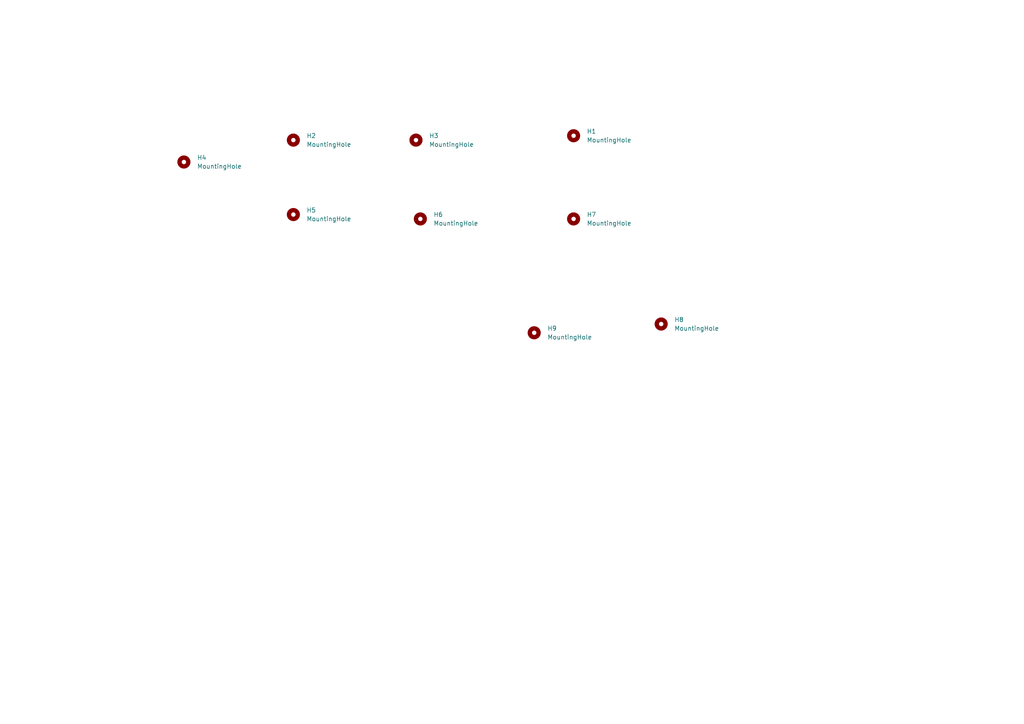
<source format=kicad_sch>
(kicad_sch (version 20210621) (generator eeschema)
  (paper "A4")
  (lib_symbols
    (symbol "Mechanical:MountingHole" (pin_names (offset 1.016))
      (property "Reference" "H" (at 0 5.08 0))
      (property "Value" "MountingHole" (at 0 3.175 0))
      (symbol "MountingHole_0_1"
        (circle (center 0 0) (radius 1.27) (stroke (width 1.27)))
      )
    )
  )
  (symbol (lib_id "Mechanical:MountingHole") (at 53.34 46.99 0) (unit 1)
    (property "Reference" "H4" (at 57.15 45.72 0) (effects (justify left)))
    (property "Value" "MountingHole" (at 57.15 48.26 0) (effects (justify left)))
    (property "Footprint" "Keyboard_Components:M2-ClearanceHole" (effects hide))
  )
  (symbol (lib_id "Mechanical:MountingHole") (at 85.09 40.64 0) (unit 1)
    (property "Reference" "H2" (at 88.9 39.37 0) (effects (justify left)))
    (property "Value" "MountingHole" (at 88.9 41.91 0) (effects (justify left)))
    (property "Footprint" "Keyboard_Components:M2-ClearanceHole" (effects hide))
  )
  (symbol (lib_id "Mechanical:MountingHole") (at 85.09 62.23 0) (unit 1)
    (property "Reference" "H5" (at 88.9 60.96 0) (effects (justify left)))
    (property "Value" "MountingHole" (at 88.9 63.5 0) (effects (justify left)))
    (property "Footprint" "Keyboard_Components:M2-ClearanceHole" (effects hide))
  )
  (symbol (lib_id "Mechanical:MountingHole") (at 120.65 40.64 0) (unit 1)
    (property "Reference" "H3" (at 124.46 39.37 0) (effects (justify left)))
    (property "Value" "MountingHole" (at 124.46 41.91 0) (effects (justify left)))
    (property "Footprint" "Keyboard_Components:M2-ClearanceHole" (effects hide))
  )
  (symbol (lib_id "Mechanical:MountingHole") (at 121.92 63.5 0) (unit 1)
    (property "Reference" "H6" (at 125.73 62.23 0) (effects (justify left)))
    (property "Value" "MountingHole" (at 125.73 64.77 0) (effects (justify left)))
    (property "Footprint" "Keyboard_Components:M2-ClearanceHole" (effects hide))
  )
  (symbol (lib_id "Mechanical:MountingHole") (at 154.94 96.52 0) (unit 1)
    (property "Reference" "H9" (at 158.75 95.25 0) (effects (justify left)))
    (property "Value" "MountingHole" (at 158.75 97.79 0) (effects (justify left)))
    (property "Footprint" "Keyboard_Components:M2-ClearanceHole" (effects hide))
  )
  (symbol (lib_id "Mechanical:MountingHole") (at 166.37 39.37 0) (unit 1)
    (property "Reference" "H1" (at 170.18 38.1 0) (effects (justify left)))
    (property "Value" "MountingHole" (at 170.18 40.64 0) (effects (justify left)))
    (property "Footprint" "Keyboard_Components:M2-ClearanceHole" (effects hide))
  )
  (symbol (lib_id "Mechanical:MountingHole") (at 166.37 63.5 0) (unit 1)
    (property "Reference" "H7" (at 170.18 62.23 0) (effects (justify left)))
    (property "Value" "MountingHole" (at 170.18 64.77 0) (effects (justify left)))
    (property "Footprint" "Keyboard_Components:M2-ClearanceHole" (effects hide))
  )
  (symbol (lib_id "Mechanical:MountingHole") (at 191.77 93.98 0) (unit 1)
    (property "Reference" "H8" (at 195.58 92.71 0) (effects (justify left)))
    (property "Value" "MountingHole" (at 195.58 95.25 0) (effects (justify left)))
    (property "Footprint" "Keyboard_Components:M2-ClearanceHole" (effects hide))
  )
)
</source>
